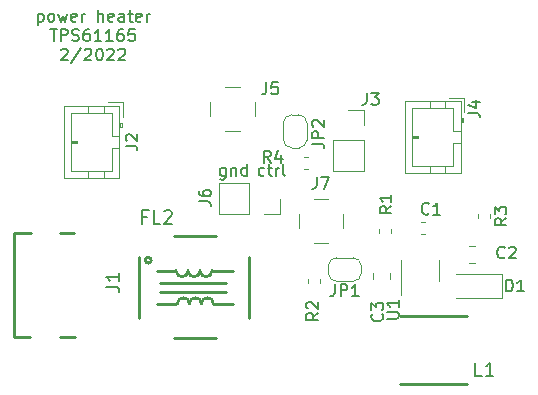
<source format=gto>
G04 #@! TF.GenerationSoftware,KiCad,Pcbnew,(5.1.5-0)*
G04 #@! TF.CreationDate,2022-02-08T08:58:47-07:00*
G04 #@! TF.ProjectId,TPS61165-heater-v2,54505336-3131-4363-952d-686561746572,rev?*
G04 #@! TF.SameCoordinates,Original*
G04 #@! TF.FileFunction,Legend,Top*
G04 #@! TF.FilePolarity,Positive*
%FSLAX46Y46*%
G04 Gerber Fmt 4.6, Leading zero omitted, Abs format (unit mm)*
G04 Created by KiCad (PCBNEW (5.1.5-0)) date 2022-02-08 08:58:47*
%MOMM*%
%LPD*%
G04 APERTURE LIST*
%ADD10C,0.150000*%
%ADD11C,0.254000*%
%ADD12C,0.120000*%
%ADD13C,0.152000*%
%ADD14R,3.102000X2.102000*%
%ADD15C,0.100000*%
%ADD16R,0.752000X1.662000*%
%ADD17C,1.342000*%
%ADD18O,1.802000X1.802000*%
%ADD19R,1.802000X1.802000*%
%ADD20R,2.102000X5.402000*%
%ADD21O,1.852000X1.302000*%
%ADD22O,1.902000X1.202000*%
%ADD23R,1.602000X0.902000*%
%ADD24R,1.602000X0.862000*%
%ADD25R,1.602000X0.802000*%
%ADD26R,1.002000X1.302000*%
G04 APERTURE END LIST*
D10*
X133709523Y-71085714D02*
X133709523Y-71895238D01*
X133661904Y-71990476D01*
X133614285Y-72038095D01*
X133519047Y-72085714D01*
X133376190Y-72085714D01*
X133280952Y-72038095D01*
X133709523Y-71704761D02*
X133614285Y-71752380D01*
X133423809Y-71752380D01*
X133328571Y-71704761D01*
X133280952Y-71657142D01*
X133233333Y-71561904D01*
X133233333Y-71276190D01*
X133280952Y-71180952D01*
X133328571Y-71133333D01*
X133423809Y-71085714D01*
X133614285Y-71085714D01*
X133709523Y-71133333D01*
X134185714Y-71085714D02*
X134185714Y-71752380D01*
X134185714Y-71180952D02*
X134233333Y-71133333D01*
X134328571Y-71085714D01*
X134471428Y-71085714D01*
X134566666Y-71133333D01*
X134614285Y-71228571D01*
X134614285Y-71752380D01*
X135519047Y-71752380D02*
X135519047Y-70752380D01*
X135519047Y-71704761D02*
X135423809Y-71752380D01*
X135233333Y-71752380D01*
X135138095Y-71704761D01*
X135090476Y-71657142D01*
X135042857Y-71561904D01*
X135042857Y-71276190D01*
X135090476Y-71180952D01*
X135138095Y-71133333D01*
X135233333Y-71085714D01*
X135423809Y-71085714D01*
X135519047Y-71133333D01*
X136980952Y-71704761D02*
X136885714Y-71752380D01*
X136695238Y-71752380D01*
X136600000Y-71704761D01*
X136552380Y-71657142D01*
X136504761Y-71561904D01*
X136504761Y-71276190D01*
X136552380Y-71180952D01*
X136600000Y-71133333D01*
X136695238Y-71085714D01*
X136885714Y-71085714D01*
X136980952Y-71133333D01*
X137266666Y-71085714D02*
X137647619Y-71085714D01*
X137409523Y-70752380D02*
X137409523Y-71609523D01*
X137457142Y-71704761D01*
X137552380Y-71752380D01*
X137647619Y-71752380D01*
X137980952Y-71752380D02*
X137980952Y-71085714D01*
X137980952Y-71276190D02*
X138028571Y-71180952D01*
X138076190Y-71133333D01*
X138171428Y-71085714D01*
X138266666Y-71085714D01*
X138742857Y-71752380D02*
X138647619Y-71704761D01*
X138600000Y-71609523D01*
X138600000Y-70752380D01*
X117833333Y-58035714D02*
X117833333Y-59035714D01*
X117833333Y-58083333D02*
X117928571Y-58035714D01*
X118119047Y-58035714D01*
X118214285Y-58083333D01*
X118261904Y-58130952D01*
X118309523Y-58226190D01*
X118309523Y-58511904D01*
X118261904Y-58607142D01*
X118214285Y-58654761D01*
X118119047Y-58702380D01*
X117928571Y-58702380D01*
X117833333Y-58654761D01*
X118880952Y-58702380D02*
X118785714Y-58654761D01*
X118738095Y-58607142D01*
X118690476Y-58511904D01*
X118690476Y-58226190D01*
X118738095Y-58130952D01*
X118785714Y-58083333D01*
X118880952Y-58035714D01*
X119023809Y-58035714D01*
X119119047Y-58083333D01*
X119166666Y-58130952D01*
X119214285Y-58226190D01*
X119214285Y-58511904D01*
X119166666Y-58607142D01*
X119119047Y-58654761D01*
X119023809Y-58702380D01*
X118880952Y-58702380D01*
X119547619Y-58035714D02*
X119738095Y-58702380D01*
X119928571Y-58226190D01*
X120119047Y-58702380D01*
X120309523Y-58035714D01*
X121071428Y-58654761D02*
X120976190Y-58702380D01*
X120785714Y-58702380D01*
X120690476Y-58654761D01*
X120642857Y-58559523D01*
X120642857Y-58178571D01*
X120690476Y-58083333D01*
X120785714Y-58035714D01*
X120976190Y-58035714D01*
X121071428Y-58083333D01*
X121119047Y-58178571D01*
X121119047Y-58273809D01*
X120642857Y-58369047D01*
X121547619Y-58702380D02*
X121547619Y-58035714D01*
X121547619Y-58226190D02*
X121595238Y-58130952D01*
X121642857Y-58083333D01*
X121738095Y-58035714D01*
X121833333Y-58035714D01*
X122928571Y-58702380D02*
X122928571Y-57702380D01*
X123357142Y-58702380D02*
X123357142Y-58178571D01*
X123309523Y-58083333D01*
X123214285Y-58035714D01*
X123071428Y-58035714D01*
X122976190Y-58083333D01*
X122928571Y-58130952D01*
X124214285Y-58654761D02*
X124119047Y-58702380D01*
X123928571Y-58702380D01*
X123833333Y-58654761D01*
X123785714Y-58559523D01*
X123785714Y-58178571D01*
X123833333Y-58083333D01*
X123928571Y-58035714D01*
X124119047Y-58035714D01*
X124214285Y-58083333D01*
X124261904Y-58178571D01*
X124261904Y-58273809D01*
X123785714Y-58369047D01*
X125119047Y-58702380D02*
X125119047Y-58178571D01*
X125071428Y-58083333D01*
X124976190Y-58035714D01*
X124785714Y-58035714D01*
X124690476Y-58083333D01*
X125119047Y-58654761D02*
X125023809Y-58702380D01*
X124785714Y-58702380D01*
X124690476Y-58654761D01*
X124642857Y-58559523D01*
X124642857Y-58464285D01*
X124690476Y-58369047D01*
X124785714Y-58321428D01*
X125023809Y-58321428D01*
X125119047Y-58273809D01*
X125452380Y-58035714D02*
X125833333Y-58035714D01*
X125595238Y-57702380D02*
X125595238Y-58559523D01*
X125642857Y-58654761D01*
X125738095Y-58702380D01*
X125833333Y-58702380D01*
X126547619Y-58654761D02*
X126452380Y-58702380D01*
X126261904Y-58702380D01*
X126166666Y-58654761D01*
X126119047Y-58559523D01*
X126119047Y-58178571D01*
X126166666Y-58083333D01*
X126261904Y-58035714D01*
X126452380Y-58035714D01*
X126547619Y-58083333D01*
X126595238Y-58178571D01*
X126595238Y-58273809D01*
X126119047Y-58369047D01*
X127023809Y-58702380D02*
X127023809Y-58035714D01*
X127023809Y-58226190D02*
X127071428Y-58130952D01*
X127119047Y-58083333D01*
X127214285Y-58035714D01*
X127309523Y-58035714D01*
X118857142Y-59352380D02*
X119428571Y-59352380D01*
X119142857Y-60352380D02*
X119142857Y-59352380D01*
X119761904Y-60352380D02*
X119761904Y-59352380D01*
X120142857Y-59352380D01*
X120238095Y-59400000D01*
X120285714Y-59447619D01*
X120333333Y-59542857D01*
X120333333Y-59685714D01*
X120285714Y-59780952D01*
X120238095Y-59828571D01*
X120142857Y-59876190D01*
X119761904Y-59876190D01*
X120714285Y-60304761D02*
X120857142Y-60352380D01*
X121095238Y-60352380D01*
X121190476Y-60304761D01*
X121238095Y-60257142D01*
X121285714Y-60161904D01*
X121285714Y-60066666D01*
X121238095Y-59971428D01*
X121190476Y-59923809D01*
X121095238Y-59876190D01*
X120904761Y-59828571D01*
X120809523Y-59780952D01*
X120761904Y-59733333D01*
X120714285Y-59638095D01*
X120714285Y-59542857D01*
X120761904Y-59447619D01*
X120809523Y-59400000D01*
X120904761Y-59352380D01*
X121142857Y-59352380D01*
X121285714Y-59400000D01*
X122142857Y-59352380D02*
X121952380Y-59352380D01*
X121857142Y-59400000D01*
X121809523Y-59447619D01*
X121714285Y-59590476D01*
X121666666Y-59780952D01*
X121666666Y-60161904D01*
X121714285Y-60257142D01*
X121761904Y-60304761D01*
X121857142Y-60352380D01*
X122047619Y-60352380D01*
X122142857Y-60304761D01*
X122190476Y-60257142D01*
X122238095Y-60161904D01*
X122238095Y-59923809D01*
X122190476Y-59828571D01*
X122142857Y-59780952D01*
X122047619Y-59733333D01*
X121857142Y-59733333D01*
X121761904Y-59780952D01*
X121714285Y-59828571D01*
X121666666Y-59923809D01*
X123190476Y-60352380D02*
X122619047Y-60352380D01*
X122904761Y-60352380D02*
X122904761Y-59352380D01*
X122809523Y-59495238D01*
X122714285Y-59590476D01*
X122619047Y-59638095D01*
X124142857Y-60352380D02*
X123571428Y-60352380D01*
X123857142Y-60352380D02*
X123857142Y-59352380D01*
X123761904Y-59495238D01*
X123666666Y-59590476D01*
X123571428Y-59638095D01*
X125000000Y-59352380D02*
X124809523Y-59352380D01*
X124714285Y-59400000D01*
X124666666Y-59447619D01*
X124571428Y-59590476D01*
X124523809Y-59780952D01*
X124523809Y-60161904D01*
X124571428Y-60257142D01*
X124619047Y-60304761D01*
X124714285Y-60352380D01*
X124904761Y-60352380D01*
X125000000Y-60304761D01*
X125047619Y-60257142D01*
X125095238Y-60161904D01*
X125095238Y-59923809D01*
X125047619Y-59828571D01*
X125000000Y-59780952D01*
X124904761Y-59733333D01*
X124714285Y-59733333D01*
X124619047Y-59780952D01*
X124571428Y-59828571D01*
X124523809Y-59923809D01*
X126000000Y-59352380D02*
X125523809Y-59352380D01*
X125476190Y-59828571D01*
X125523809Y-59780952D01*
X125619047Y-59733333D01*
X125857142Y-59733333D01*
X125952380Y-59780952D01*
X126000000Y-59828571D01*
X126047619Y-59923809D01*
X126047619Y-60161904D01*
X126000000Y-60257142D01*
X125952380Y-60304761D01*
X125857142Y-60352380D01*
X125619047Y-60352380D01*
X125523809Y-60304761D01*
X125476190Y-60257142D01*
X119785714Y-61097619D02*
X119833333Y-61050000D01*
X119928571Y-61002380D01*
X120166666Y-61002380D01*
X120261904Y-61050000D01*
X120309523Y-61097619D01*
X120357142Y-61192857D01*
X120357142Y-61288095D01*
X120309523Y-61430952D01*
X119738095Y-62002380D01*
X120357142Y-62002380D01*
X121500000Y-60954761D02*
X120642857Y-62240476D01*
X121785714Y-61097619D02*
X121833333Y-61050000D01*
X121928571Y-61002380D01*
X122166666Y-61002380D01*
X122261904Y-61050000D01*
X122309523Y-61097619D01*
X122357142Y-61192857D01*
X122357142Y-61288095D01*
X122309523Y-61430952D01*
X121738095Y-62002380D01*
X122357142Y-62002380D01*
X122976190Y-61002380D02*
X123071428Y-61002380D01*
X123166666Y-61050000D01*
X123214285Y-61097619D01*
X123261904Y-61192857D01*
X123309523Y-61383333D01*
X123309523Y-61621428D01*
X123261904Y-61811904D01*
X123214285Y-61907142D01*
X123166666Y-61954761D01*
X123071428Y-62002380D01*
X122976190Y-62002380D01*
X122880952Y-61954761D01*
X122833333Y-61907142D01*
X122785714Y-61811904D01*
X122738095Y-61621428D01*
X122738095Y-61383333D01*
X122785714Y-61192857D01*
X122833333Y-61097619D01*
X122880952Y-61050000D01*
X122976190Y-61002380D01*
X123690476Y-61097619D02*
X123738095Y-61050000D01*
X123833333Y-61002380D01*
X124071428Y-61002380D01*
X124166666Y-61050000D01*
X124214285Y-61097619D01*
X124261904Y-61192857D01*
X124261904Y-61288095D01*
X124214285Y-61430952D01*
X123642857Y-62002380D01*
X124261904Y-62002380D01*
X124642857Y-61097619D02*
X124690476Y-61050000D01*
X124785714Y-61002380D01*
X125023809Y-61002380D01*
X125119047Y-61050000D01*
X125166666Y-61097619D01*
X125214285Y-61192857D01*
X125214285Y-61288095D01*
X125166666Y-61430952D01*
X124595238Y-62002380D01*
X125214285Y-62002380D01*
D11*
X132678000Y-82597000D02*
G75*
G03X131662000Y-82597000I-508000J0D01*
G01*
X131662000Y-82597000D02*
G75*
G03X130646000Y-82597000I-508000J0D01*
G01*
X130646000Y-82597000D02*
G75*
G03X129630000Y-82597000I-508000J0D01*
G01*
X131554000Y-79803000D02*
G75*
G03X132570000Y-79803000I508000J0D01*
G01*
X130538000Y-79803000D02*
G75*
G03X131554000Y-79803000I508000J0D01*
G01*
X129522000Y-79803000D02*
G75*
G03X130538000Y-79803000I508000J0D01*
G01*
X127417000Y-78914000D02*
G75*
G03X127417000Y-78914000I-254000J0D01*
G01*
X126401000Y-78621000D02*
X126401000Y-83779000D01*
X135672000Y-78621000D02*
X135672000Y-83779000D01*
X127871000Y-79803000D02*
X129522000Y-79803000D01*
X134329000Y-79803000D02*
X132678000Y-79803000D01*
X134329000Y-82597000D02*
X132678000Y-82597000D01*
X128179000Y-80819000D02*
X133767000Y-80819000D01*
X133767000Y-81581000D02*
X128179000Y-81581000D01*
X127871000Y-82597000D02*
X129522000Y-82597000D01*
X129322000Y-76882000D02*
X132878000Y-76882000D01*
X132878000Y-85518000D02*
X129322000Y-85518000D01*
D12*
X140690000Y-80528733D02*
X140690000Y-80871267D01*
X141710000Y-80528733D02*
X141710000Y-80871267D01*
X140696267Y-70190000D02*
X140353733Y-70190000D01*
X140696267Y-71210000D02*
X140353733Y-71210000D01*
X140600000Y-67300000D02*
X140600000Y-68700000D01*
X139900000Y-69400000D02*
X139300000Y-69400000D01*
X138600000Y-68700000D02*
X138600000Y-67300000D01*
X139300000Y-66600000D02*
X139900000Y-66600000D01*
X139900000Y-66600000D02*
G75*
G02X140600000Y-67300000I0J-700000D01*
G01*
X138600000Y-67300000D02*
G75*
G02X139300000Y-66600000I700000J0D01*
G01*
X139300000Y-69400000D02*
G75*
G02X138600000Y-68700000I0J700000D01*
G01*
X140600000Y-68700000D02*
G75*
G02X139900000Y-69400000I-700000J0D01*
G01*
X144500000Y-80700000D02*
X143100000Y-80700000D01*
X142400000Y-80000000D02*
X142400000Y-79400000D01*
X143100000Y-78700000D02*
X144500000Y-78700000D01*
X145200000Y-79400000D02*
X145200000Y-80000000D01*
X145200000Y-80000000D02*
G75*
G02X144500000Y-80700000I-700000J0D01*
G01*
X144500000Y-78700000D02*
G75*
G02X145200000Y-79400000I0J-700000D01*
G01*
X142400000Y-79400000D02*
G75*
G02X143100000Y-78700000I700000J0D01*
G01*
X143100000Y-80700000D02*
G75*
G02X142400000Y-80000000I0J700000D01*
G01*
X148590000Y-78900000D02*
X148590000Y-81850000D01*
X151810000Y-80700000D02*
X151810000Y-78900000D01*
X142420000Y-77470000D02*
X141180000Y-77470000D01*
X142420000Y-73730000D02*
X141180000Y-73730000D01*
X139930000Y-76220000D02*
X139930000Y-74980000D01*
X143670000Y-76220000D02*
X143670000Y-74980000D01*
X138330000Y-73700000D02*
X138330000Y-75030000D01*
X138330000Y-75030000D02*
X137000000Y-75030000D01*
X135730000Y-75030000D02*
X133130000Y-75030000D01*
X133130000Y-72370000D02*
X133130000Y-75030000D01*
X135730000Y-72370000D02*
X133130000Y-72370000D01*
X135730000Y-72370000D02*
X135730000Y-75030000D01*
D11*
X148450000Y-83600000D02*
X154150000Y-83600000D01*
X148450000Y-89400000D02*
X154150000Y-89400000D01*
D12*
X155090000Y-75003733D02*
X155090000Y-75346267D01*
X156110000Y-75003733D02*
X156110000Y-75346267D01*
X147710000Y-76646267D02*
X147710000Y-76303733D01*
X146690000Y-76646267D02*
X146690000Y-76303733D01*
X133680000Y-64230000D02*
X134920000Y-64230000D01*
X133680000Y-67970000D02*
X134920000Y-67970000D01*
X136170000Y-65480000D02*
X136170000Y-66720000D01*
X132430000Y-65480000D02*
X132430000Y-66720000D01*
X153910000Y-65140000D02*
X152660000Y-65140000D01*
X153910000Y-66390000D02*
X153910000Y-65140000D01*
X149500000Y-68500000D02*
X150000000Y-68500000D01*
X150000000Y-68600000D02*
X149500000Y-68600000D01*
X150000000Y-68400000D02*
X150000000Y-68600000D01*
X149500000Y-68400000D02*
X150000000Y-68400000D01*
X151000000Y-71560000D02*
X151000000Y-70950000D01*
X152300000Y-71560000D02*
X152300000Y-70950000D01*
X151000000Y-65440000D02*
X151000000Y-66050000D01*
X152300000Y-65440000D02*
X152300000Y-66050000D01*
X153000000Y-69000000D02*
X153610000Y-69000000D01*
X153000000Y-70950000D02*
X153000000Y-69000000D01*
X149500000Y-70950000D02*
X153000000Y-70950000D01*
X149500000Y-66050000D02*
X149500000Y-70950000D01*
X153000000Y-66050000D02*
X149500000Y-66050000D01*
X153000000Y-68000000D02*
X153000000Y-66050000D01*
X153610000Y-68000000D02*
X153000000Y-68000000D01*
X153710000Y-67200000D02*
X153710000Y-66900000D01*
X153810000Y-66900000D02*
X153610000Y-66900000D01*
X153810000Y-67200000D02*
X153810000Y-66900000D01*
X153610000Y-67200000D02*
X153810000Y-67200000D01*
X153610000Y-71560000D02*
X153610000Y-65440000D01*
X148890000Y-71560000D02*
X153610000Y-71560000D01*
X148890000Y-65440000D02*
X148890000Y-71560000D01*
X153610000Y-65440000D02*
X148890000Y-65440000D01*
X144100000Y-66170000D02*
X145430000Y-66170000D01*
X145430000Y-66170000D02*
X145430000Y-67500000D01*
X145430000Y-68770000D02*
X145430000Y-71370000D01*
X142770000Y-71370000D02*
X145430000Y-71370000D01*
X142770000Y-68770000D02*
X142770000Y-71370000D01*
X142770000Y-68770000D02*
X145430000Y-68770000D01*
X125010000Y-65540000D02*
X123760000Y-65540000D01*
X125010000Y-66790000D02*
X125010000Y-65540000D01*
X120600000Y-68900000D02*
X121100000Y-68900000D01*
X121100000Y-69000000D02*
X120600000Y-69000000D01*
X121100000Y-68800000D02*
X121100000Y-69000000D01*
X120600000Y-68800000D02*
X121100000Y-68800000D01*
X122100000Y-71960000D02*
X122100000Y-71350000D01*
X123400000Y-71960000D02*
X123400000Y-71350000D01*
X122100000Y-65840000D02*
X122100000Y-66450000D01*
X123400000Y-65840000D02*
X123400000Y-66450000D01*
X124100000Y-69400000D02*
X124710000Y-69400000D01*
X124100000Y-71350000D02*
X124100000Y-69400000D01*
X120600000Y-71350000D02*
X124100000Y-71350000D01*
X120600000Y-66450000D02*
X120600000Y-71350000D01*
X124100000Y-66450000D02*
X120600000Y-66450000D01*
X124100000Y-68400000D02*
X124100000Y-66450000D01*
X124710000Y-68400000D02*
X124100000Y-68400000D01*
X124810000Y-67600000D02*
X124810000Y-67300000D01*
X124910000Y-67300000D02*
X124710000Y-67300000D01*
X124910000Y-67600000D02*
X124910000Y-67300000D01*
X124710000Y-67600000D02*
X124910000Y-67600000D01*
X124710000Y-71960000D02*
X124710000Y-65840000D01*
X119990000Y-71960000D02*
X124710000Y-71960000D01*
X119990000Y-65840000D02*
X119990000Y-71960000D01*
X124710000Y-65840000D02*
X119990000Y-65840000D01*
D11*
X120963000Y-85400000D02*
X119723000Y-85400000D01*
X120915000Y-76600000D02*
X119675000Y-76600000D01*
X115824000Y-85409000D02*
X117175000Y-85409000D01*
X115825000Y-76600000D02*
X117205000Y-76600000D01*
X115825000Y-76590000D02*
X115825000Y-85410000D01*
D12*
X157150000Y-82100000D02*
X153250000Y-82100000D01*
X157150000Y-80100000D02*
X153250000Y-80100000D01*
X157150000Y-82100000D02*
X157150000Y-80100000D01*
X147610000Y-80486252D02*
X147610000Y-79963748D01*
X146190000Y-80486252D02*
X146190000Y-79963748D01*
X154861252Y-77690000D02*
X154338748Y-77690000D01*
X154861252Y-79110000D02*
X154338748Y-79110000D01*
X150228733Y-76710000D02*
X150571267Y-76710000D01*
X150228733Y-75690000D02*
X150571267Y-75690000D01*
D13*
X127051942Y-75218357D02*
X126670942Y-75218357D01*
X126670942Y-75817071D02*
X126670942Y-74674071D01*
X127215228Y-74674071D01*
X128194942Y-75817071D02*
X127650657Y-75817071D01*
X127650657Y-74674071D01*
X128521514Y-74782928D02*
X128575942Y-74728500D01*
X128684800Y-74674071D01*
X128956942Y-74674071D01*
X129065800Y-74728500D01*
X129120228Y-74782928D01*
X129174657Y-74891785D01*
X129174657Y-75000642D01*
X129120228Y-75163928D01*
X128467085Y-75817071D01*
X129174657Y-75817071D01*
D10*
X141552380Y-83366666D02*
X141076190Y-83700000D01*
X141552380Y-83938095D02*
X140552380Y-83938095D01*
X140552380Y-83557142D01*
X140600000Y-83461904D01*
X140647619Y-83414285D01*
X140742857Y-83366666D01*
X140885714Y-83366666D01*
X140980952Y-83414285D01*
X141028571Y-83461904D01*
X141076190Y-83557142D01*
X141076190Y-83938095D01*
X140647619Y-82985714D02*
X140600000Y-82938095D01*
X140552380Y-82842857D01*
X140552380Y-82604761D01*
X140600000Y-82509523D01*
X140647619Y-82461904D01*
X140742857Y-82414285D01*
X140838095Y-82414285D01*
X140980952Y-82461904D01*
X141552380Y-83033333D01*
X141552380Y-82414285D01*
X137533333Y-70652380D02*
X137200000Y-70176190D01*
X136961904Y-70652380D02*
X136961904Y-69652380D01*
X137342857Y-69652380D01*
X137438095Y-69700000D01*
X137485714Y-69747619D01*
X137533333Y-69842857D01*
X137533333Y-69985714D01*
X137485714Y-70080952D01*
X137438095Y-70128571D01*
X137342857Y-70176190D01*
X136961904Y-70176190D01*
X138390476Y-69985714D02*
X138390476Y-70652380D01*
X138152380Y-69604761D02*
X137914285Y-70319047D01*
X138533333Y-70319047D01*
X141052380Y-69033333D02*
X141766666Y-69033333D01*
X141909523Y-69080952D01*
X142004761Y-69176190D01*
X142052380Y-69319047D01*
X142052380Y-69414285D01*
X142052380Y-68557142D02*
X141052380Y-68557142D01*
X141052380Y-68176190D01*
X141100000Y-68080952D01*
X141147619Y-68033333D01*
X141242857Y-67985714D01*
X141385714Y-67985714D01*
X141480952Y-68033333D01*
X141528571Y-68080952D01*
X141576190Y-68176190D01*
X141576190Y-68557142D01*
X141147619Y-67604761D02*
X141100000Y-67557142D01*
X141052380Y-67461904D01*
X141052380Y-67223809D01*
X141100000Y-67128571D01*
X141147619Y-67080952D01*
X141242857Y-67033333D01*
X141338095Y-67033333D01*
X141480952Y-67080952D01*
X142052380Y-67652380D01*
X142052380Y-67033333D01*
X142966666Y-80952380D02*
X142966666Y-81666666D01*
X142919047Y-81809523D01*
X142823809Y-81904761D01*
X142680952Y-81952380D01*
X142585714Y-81952380D01*
X143442857Y-81952380D02*
X143442857Y-80952380D01*
X143823809Y-80952380D01*
X143919047Y-81000000D01*
X143966666Y-81047619D01*
X144014285Y-81142857D01*
X144014285Y-81285714D01*
X143966666Y-81380952D01*
X143919047Y-81428571D01*
X143823809Y-81476190D01*
X143442857Y-81476190D01*
X144966666Y-81952380D02*
X144395238Y-81952380D01*
X144680952Y-81952380D02*
X144680952Y-80952380D01*
X144585714Y-81095238D01*
X144490476Y-81190476D01*
X144395238Y-81238095D01*
X147352380Y-83861904D02*
X148161904Y-83861904D01*
X148257142Y-83814285D01*
X148304761Y-83766666D01*
X148352380Y-83671428D01*
X148352380Y-83480952D01*
X148304761Y-83385714D01*
X148257142Y-83338095D01*
X148161904Y-83290476D01*
X147352380Y-83290476D01*
X148352380Y-82290476D02*
X148352380Y-82861904D01*
X148352380Y-82576190D02*
X147352380Y-82576190D01*
X147495238Y-82671428D01*
X147590476Y-82766666D01*
X147638095Y-82861904D01*
X141426666Y-71852380D02*
X141426666Y-72566666D01*
X141379047Y-72709523D01*
X141283809Y-72804761D01*
X141140952Y-72852380D01*
X141045714Y-72852380D01*
X141807619Y-71852380D02*
X142474285Y-71852380D01*
X142045714Y-72852380D01*
X131452380Y-73933333D02*
X132166666Y-73933333D01*
X132309523Y-73980952D01*
X132404761Y-74076190D01*
X132452380Y-74219047D01*
X132452380Y-74314285D01*
X131452380Y-73028571D02*
X131452380Y-73219047D01*
X131500000Y-73314285D01*
X131547619Y-73361904D01*
X131690476Y-73457142D01*
X131880952Y-73504761D01*
X132261904Y-73504761D01*
X132357142Y-73457142D01*
X132404761Y-73409523D01*
X132452380Y-73314285D01*
X132452380Y-73123809D01*
X132404761Y-73028571D01*
X132357142Y-72980952D01*
X132261904Y-72933333D01*
X132023809Y-72933333D01*
X131928571Y-72980952D01*
X131880952Y-73028571D01*
X131833333Y-73123809D01*
X131833333Y-73314285D01*
X131880952Y-73409523D01*
X131928571Y-73457142D01*
X132023809Y-73504761D01*
D13*
X155415228Y-88717071D02*
X154870942Y-88717071D01*
X154870942Y-87574071D01*
X156394942Y-88717071D02*
X155741800Y-88717071D01*
X156068371Y-88717071D02*
X156068371Y-87574071D01*
X155959514Y-87737357D01*
X155850657Y-87846214D01*
X155741800Y-87900642D01*
D10*
X157482380Y-75341666D02*
X157006190Y-75675000D01*
X157482380Y-75913095D02*
X156482380Y-75913095D01*
X156482380Y-75532142D01*
X156530000Y-75436904D01*
X156577619Y-75389285D01*
X156672857Y-75341666D01*
X156815714Y-75341666D01*
X156910952Y-75389285D01*
X156958571Y-75436904D01*
X157006190Y-75532142D01*
X157006190Y-75913095D01*
X156482380Y-75008333D02*
X156482380Y-74389285D01*
X156863333Y-74722619D01*
X156863333Y-74579761D01*
X156910952Y-74484523D01*
X156958571Y-74436904D01*
X157053809Y-74389285D01*
X157291904Y-74389285D01*
X157387142Y-74436904D01*
X157434761Y-74484523D01*
X157482380Y-74579761D01*
X157482380Y-74865476D01*
X157434761Y-74960714D01*
X157387142Y-75008333D01*
X147752380Y-74341666D02*
X147276190Y-74675000D01*
X147752380Y-74913095D02*
X146752380Y-74913095D01*
X146752380Y-74532142D01*
X146800000Y-74436904D01*
X146847619Y-74389285D01*
X146942857Y-74341666D01*
X147085714Y-74341666D01*
X147180952Y-74389285D01*
X147228571Y-74436904D01*
X147276190Y-74532142D01*
X147276190Y-74913095D01*
X147752380Y-73389285D02*
X147752380Y-73960714D01*
X147752380Y-73675000D02*
X146752380Y-73675000D01*
X146895238Y-73770238D01*
X146990476Y-73865476D01*
X147038095Y-73960714D01*
X137166666Y-63852380D02*
X137166666Y-64566666D01*
X137119047Y-64709523D01*
X137023809Y-64804761D01*
X136880952Y-64852380D01*
X136785714Y-64852380D01*
X138119047Y-63852380D02*
X137642857Y-63852380D01*
X137595238Y-64328571D01*
X137642857Y-64280952D01*
X137738095Y-64233333D01*
X137976190Y-64233333D01*
X138071428Y-64280952D01*
X138119047Y-64328571D01*
X138166666Y-64423809D01*
X138166666Y-64661904D01*
X138119047Y-64757142D01*
X138071428Y-64804761D01*
X137976190Y-64852380D01*
X137738095Y-64852380D01*
X137642857Y-64804761D01*
X137595238Y-64757142D01*
X154252380Y-66433333D02*
X154966666Y-66433333D01*
X155109523Y-66480952D01*
X155204761Y-66576190D01*
X155252380Y-66719047D01*
X155252380Y-66814285D01*
X154585714Y-65528571D02*
X155252380Y-65528571D01*
X154204761Y-65766666D02*
X154919047Y-66004761D01*
X154919047Y-65385714D01*
X145666666Y-64752380D02*
X145666666Y-65466666D01*
X145619047Y-65609523D01*
X145523809Y-65704761D01*
X145380952Y-65752380D01*
X145285714Y-65752380D01*
X146047619Y-64752380D02*
X146666666Y-64752380D01*
X146333333Y-65133333D01*
X146476190Y-65133333D01*
X146571428Y-65180952D01*
X146619047Y-65228571D01*
X146666666Y-65323809D01*
X146666666Y-65561904D01*
X146619047Y-65657142D01*
X146571428Y-65704761D01*
X146476190Y-65752380D01*
X146190476Y-65752380D01*
X146095238Y-65704761D01*
X146047619Y-65657142D01*
X125252380Y-69233333D02*
X125966666Y-69233333D01*
X126109523Y-69280952D01*
X126204761Y-69376190D01*
X126252380Y-69519047D01*
X126252380Y-69614285D01*
X125347619Y-68804761D02*
X125300000Y-68757142D01*
X125252380Y-68661904D01*
X125252380Y-68423809D01*
X125300000Y-68328571D01*
X125347619Y-68280952D01*
X125442857Y-68233333D01*
X125538095Y-68233333D01*
X125680952Y-68280952D01*
X126252380Y-68852380D01*
X126252380Y-68233333D01*
D13*
X123574071Y-81159514D02*
X124390500Y-81159514D01*
X124553785Y-81213942D01*
X124662642Y-81322800D01*
X124717071Y-81486085D01*
X124717071Y-81594942D01*
X124717071Y-80016514D02*
X124717071Y-80669657D01*
X124717071Y-80343085D02*
X123574071Y-80343085D01*
X123737357Y-80451942D01*
X123846214Y-80560800D01*
X123900642Y-80669657D01*
D10*
X157461904Y-81552380D02*
X157461904Y-80552380D01*
X157700000Y-80552380D01*
X157842857Y-80600000D01*
X157938095Y-80695238D01*
X157985714Y-80790476D01*
X158033333Y-80980952D01*
X158033333Y-81123809D01*
X157985714Y-81314285D01*
X157938095Y-81409523D01*
X157842857Y-81504761D01*
X157700000Y-81552380D01*
X157461904Y-81552380D01*
X158985714Y-81552380D02*
X158414285Y-81552380D01*
X158700000Y-81552380D02*
X158700000Y-80552380D01*
X158604761Y-80695238D01*
X158509523Y-80790476D01*
X158414285Y-80838095D01*
X146957142Y-83466666D02*
X147004761Y-83514285D01*
X147052380Y-83657142D01*
X147052380Y-83752380D01*
X147004761Y-83895238D01*
X146909523Y-83990476D01*
X146814285Y-84038095D01*
X146623809Y-84085714D01*
X146480952Y-84085714D01*
X146290476Y-84038095D01*
X146195238Y-83990476D01*
X146100000Y-83895238D01*
X146052380Y-83752380D01*
X146052380Y-83657142D01*
X146100000Y-83514285D01*
X146147619Y-83466666D01*
X146052380Y-83133333D02*
X146052380Y-82514285D01*
X146433333Y-82847619D01*
X146433333Y-82704761D01*
X146480952Y-82609523D01*
X146528571Y-82561904D01*
X146623809Y-82514285D01*
X146861904Y-82514285D01*
X146957142Y-82561904D01*
X147004761Y-82609523D01*
X147052380Y-82704761D01*
X147052380Y-82990476D01*
X147004761Y-83085714D01*
X146957142Y-83133333D01*
X157333333Y-78657142D02*
X157285714Y-78704761D01*
X157142857Y-78752380D01*
X157047619Y-78752380D01*
X156904761Y-78704761D01*
X156809523Y-78609523D01*
X156761904Y-78514285D01*
X156714285Y-78323809D01*
X156714285Y-78180952D01*
X156761904Y-77990476D01*
X156809523Y-77895238D01*
X156904761Y-77800000D01*
X157047619Y-77752380D01*
X157142857Y-77752380D01*
X157285714Y-77800000D01*
X157333333Y-77847619D01*
X157714285Y-77847619D02*
X157761904Y-77800000D01*
X157857142Y-77752380D01*
X158095238Y-77752380D01*
X158190476Y-77800000D01*
X158238095Y-77847619D01*
X158285714Y-77942857D01*
X158285714Y-78038095D01*
X158238095Y-78180952D01*
X157666666Y-78752380D01*
X158285714Y-78752380D01*
X150933333Y-74957142D02*
X150885714Y-75004761D01*
X150742857Y-75052380D01*
X150647619Y-75052380D01*
X150504761Y-75004761D01*
X150409523Y-74909523D01*
X150361904Y-74814285D01*
X150314285Y-74623809D01*
X150314285Y-74480952D01*
X150361904Y-74290476D01*
X150409523Y-74195238D01*
X150504761Y-74100000D01*
X150647619Y-74052380D01*
X150742857Y-74052380D01*
X150885714Y-74100000D01*
X150933333Y-74147619D01*
X151885714Y-75052380D02*
X151314285Y-75052380D01*
X151600000Y-75052380D02*
X151600000Y-74052380D01*
X151504761Y-74195238D01*
X151409523Y-74290476D01*
X151314285Y-74338095D01*
%LPC*%
D14*
X127300000Y-77390000D03*
X127300000Y-85010000D03*
X134900000Y-85010000D03*
X134900000Y-77390000D03*
D15*
G36*
X141488779Y-81000266D02*
G01*
X141514309Y-81004053D01*
X141539345Y-81010325D01*
X141563646Y-81019020D01*
X141586977Y-81030055D01*
X141609115Y-81043323D01*
X141629845Y-81058698D01*
X141648969Y-81076031D01*
X141666302Y-81095155D01*
X141681677Y-81115885D01*
X141694945Y-81138023D01*
X141705980Y-81161354D01*
X141714675Y-81185655D01*
X141720947Y-81210691D01*
X141724734Y-81236221D01*
X141726000Y-81262000D01*
X141726000Y-81888000D01*
X141724734Y-81913779D01*
X141720947Y-81939309D01*
X141714675Y-81964345D01*
X141705980Y-81988646D01*
X141694945Y-82011977D01*
X141681677Y-82034115D01*
X141666302Y-82054845D01*
X141648969Y-82073969D01*
X141629845Y-82091302D01*
X141609115Y-82106677D01*
X141586977Y-82119945D01*
X141563646Y-82130980D01*
X141539345Y-82139675D01*
X141514309Y-82145947D01*
X141488779Y-82149734D01*
X141463000Y-82151000D01*
X140937000Y-82151000D01*
X140911221Y-82149734D01*
X140885691Y-82145947D01*
X140860655Y-82139675D01*
X140836354Y-82130980D01*
X140813023Y-82119945D01*
X140790885Y-82106677D01*
X140770155Y-82091302D01*
X140751031Y-82073969D01*
X140733698Y-82054845D01*
X140718323Y-82034115D01*
X140705055Y-82011977D01*
X140694020Y-81988646D01*
X140685325Y-81964345D01*
X140679053Y-81939309D01*
X140675266Y-81913779D01*
X140674000Y-81888000D01*
X140674000Y-81262000D01*
X140675266Y-81236221D01*
X140679053Y-81210691D01*
X140685325Y-81185655D01*
X140694020Y-81161354D01*
X140705055Y-81138023D01*
X140718323Y-81115885D01*
X140733698Y-81095155D01*
X140751031Y-81076031D01*
X140770155Y-81058698D01*
X140790885Y-81043323D01*
X140813023Y-81030055D01*
X140836354Y-81019020D01*
X140860655Y-81010325D01*
X140885691Y-81004053D01*
X140911221Y-81000266D01*
X140937000Y-80999000D01*
X141463000Y-80999000D01*
X141488779Y-81000266D01*
G37*
G36*
X141488779Y-79250266D02*
G01*
X141514309Y-79254053D01*
X141539345Y-79260325D01*
X141563646Y-79269020D01*
X141586977Y-79280055D01*
X141609115Y-79293323D01*
X141629845Y-79308698D01*
X141648969Y-79326031D01*
X141666302Y-79345155D01*
X141681677Y-79365885D01*
X141694945Y-79388023D01*
X141705980Y-79411354D01*
X141714675Y-79435655D01*
X141720947Y-79460691D01*
X141724734Y-79486221D01*
X141726000Y-79512000D01*
X141726000Y-80138000D01*
X141724734Y-80163779D01*
X141720947Y-80189309D01*
X141714675Y-80214345D01*
X141705980Y-80238646D01*
X141694945Y-80261977D01*
X141681677Y-80284115D01*
X141666302Y-80304845D01*
X141648969Y-80323969D01*
X141629845Y-80341302D01*
X141609115Y-80356677D01*
X141586977Y-80369945D01*
X141563646Y-80380980D01*
X141539345Y-80389675D01*
X141514309Y-80395947D01*
X141488779Y-80399734D01*
X141463000Y-80401000D01*
X140937000Y-80401000D01*
X140911221Y-80399734D01*
X140885691Y-80395947D01*
X140860655Y-80389675D01*
X140836354Y-80380980D01*
X140813023Y-80369945D01*
X140790885Y-80356677D01*
X140770155Y-80341302D01*
X140751031Y-80323969D01*
X140733698Y-80304845D01*
X140718323Y-80284115D01*
X140705055Y-80261977D01*
X140694020Y-80238646D01*
X140685325Y-80214345D01*
X140679053Y-80189309D01*
X140675266Y-80163779D01*
X140674000Y-80138000D01*
X140674000Y-79512000D01*
X140675266Y-79486221D01*
X140679053Y-79460691D01*
X140685325Y-79435655D01*
X140694020Y-79411354D01*
X140705055Y-79388023D01*
X140718323Y-79365885D01*
X140733698Y-79345155D01*
X140751031Y-79326031D01*
X140770155Y-79308698D01*
X140790885Y-79293323D01*
X140813023Y-79280055D01*
X140836354Y-79269020D01*
X140860655Y-79260325D01*
X140885691Y-79254053D01*
X140911221Y-79250266D01*
X140937000Y-79249000D01*
X141463000Y-79249000D01*
X141488779Y-79250266D01*
G37*
G36*
X139988779Y-70175266D02*
G01*
X140014309Y-70179053D01*
X140039345Y-70185325D01*
X140063646Y-70194020D01*
X140086977Y-70205055D01*
X140109115Y-70218323D01*
X140129845Y-70233698D01*
X140148969Y-70251031D01*
X140166302Y-70270155D01*
X140181677Y-70290885D01*
X140194945Y-70313023D01*
X140205980Y-70336354D01*
X140214675Y-70360655D01*
X140220947Y-70385691D01*
X140224734Y-70411221D01*
X140226000Y-70437000D01*
X140226000Y-70963000D01*
X140224734Y-70988779D01*
X140220947Y-71014309D01*
X140214675Y-71039345D01*
X140205980Y-71063646D01*
X140194945Y-71086977D01*
X140181677Y-71109115D01*
X140166302Y-71129845D01*
X140148969Y-71148969D01*
X140129845Y-71166302D01*
X140109115Y-71181677D01*
X140086977Y-71194945D01*
X140063646Y-71205980D01*
X140039345Y-71214675D01*
X140014309Y-71220947D01*
X139988779Y-71224734D01*
X139963000Y-71226000D01*
X139337000Y-71226000D01*
X139311221Y-71224734D01*
X139285691Y-71220947D01*
X139260655Y-71214675D01*
X139236354Y-71205980D01*
X139213023Y-71194945D01*
X139190885Y-71181677D01*
X139170155Y-71166302D01*
X139151031Y-71148969D01*
X139133698Y-71129845D01*
X139118323Y-71109115D01*
X139105055Y-71086977D01*
X139094020Y-71063646D01*
X139085325Y-71039345D01*
X139079053Y-71014309D01*
X139075266Y-70988779D01*
X139074000Y-70963000D01*
X139074000Y-70437000D01*
X139075266Y-70411221D01*
X139079053Y-70385691D01*
X139085325Y-70360655D01*
X139094020Y-70336354D01*
X139105055Y-70313023D01*
X139118323Y-70290885D01*
X139133698Y-70270155D01*
X139151031Y-70251031D01*
X139170155Y-70233698D01*
X139190885Y-70218323D01*
X139213023Y-70205055D01*
X139236354Y-70194020D01*
X139260655Y-70185325D01*
X139285691Y-70179053D01*
X139311221Y-70175266D01*
X139337000Y-70174000D01*
X139963000Y-70174000D01*
X139988779Y-70175266D01*
G37*
G36*
X141738779Y-70175266D02*
G01*
X141764309Y-70179053D01*
X141789345Y-70185325D01*
X141813646Y-70194020D01*
X141836977Y-70205055D01*
X141859115Y-70218323D01*
X141879845Y-70233698D01*
X141898969Y-70251031D01*
X141916302Y-70270155D01*
X141931677Y-70290885D01*
X141944945Y-70313023D01*
X141955980Y-70336354D01*
X141964675Y-70360655D01*
X141970947Y-70385691D01*
X141974734Y-70411221D01*
X141976000Y-70437000D01*
X141976000Y-70963000D01*
X141974734Y-70988779D01*
X141970947Y-71014309D01*
X141964675Y-71039345D01*
X141955980Y-71063646D01*
X141944945Y-71086977D01*
X141931677Y-71109115D01*
X141916302Y-71129845D01*
X141898969Y-71148969D01*
X141879845Y-71166302D01*
X141859115Y-71181677D01*
X141836977Y-71194945D01*
X141813646Y-71205980D01*
X141789345Y-71214675D01*
X141764309Y-71220947D01*
X141738779Y-71224734D01*
X141713000Y-71226000D01*
X141087000Y-71226000D01*
X141061221Y-71224734D01*
X141035691Y-71220947D01*
X141010655Y-71214675D01*
X140986354Y-71205980D01*
X140963023Y-71194945D01*
X140940885Y-71181677D01*
X140920155Y-71166302D01*
X140901031Y-71148969D01*
X140883698Y-71129845D01*
X140868323Y-71109115D01*
X140855055Y-71086977D01*
X140844020Y-71063646D01*
X140835325Y-71039345D01*
X140829053Y-71014309D01*
X140825266Y-70988779D01*
X140824000Y-70963000D01*
X140824000Y-70437000D01*
X140825266Y-70411221D01*
X140829053Y-70385691D01*
X140835325Y-70360655D01*
X140844020Y-70336354D01*
X140855055Y-70313023D01*
X140868323Y-70290885D01*
X140883698Y-70270155D01*
X140901031Y-70251031D01*
X140920155Y-70233698D01*
X140940885Y-70218323D01*
X140963023Y-70205055D01*
X140986354Y-70194020D01*
X141010655Y-70185325D01*
X141035691Y-70179053D01*
X141061221Y-70175266D01*
X141087000Y-70174000D01*
X141713000Y-70174000D01*
X141738779Y-70175266D01*
G37*
G36*
X140400398Y-68656112D02*
G01*
X140400398Y-68674534D01*
X140400152Y-68679533D01*
X140395342Y-68728364D01*
X140394608Y-68733314D01*
X140385036Y-68781439D01*
X140383820Y-68786295D01*
X140369576Y-68833250D01*
X140367890Y-68837961D01*
X140349113Y-68883294D01*
X140346973Y-68887820D01*
X140323842Y-68931093D01*
X140321269Y-68935384D01*
X140294009Y-68976183D01*
X140291027Y-68980204D01*
X140259899Y-69018133D01*
X140256538Y-69021841D01*
X140221841Y-69056538D01*
X140218133Y-69059899D01*
X140180204Y-69091027D01*
X140176183Y-69094009D01*
X140135384Y-69121269D01*
X140131093Y-69123842D01*
X140087820Y-69146973D01*
X140083294Y-69149113D01*
X140037961Y-69167890D01*
X140033250Y-69169576D01*
X139986295Y-69183820D01*
X139981439Y-69185036D01*
X139933314Y-69194608D01*
X139928364Y-69195342D01*
X139879533Y-69200152D01*
X139874534Y-69200398D01*
X139856112Y-69200398D01*
X139850000Y-69201000D01*
X139350000Y-69201000D01*
X139343888Y-69200398D01*
X139325466Y-69200398D01*
X139320467Y-69200152D01*
X139271636Y-69195342D01*
X139266686Y-69194608D01*
X139218561Y-69185036D01*
X139213705Y-69183820D01*
X139166750Y-69169576D01*
X139162039Y-69167890D01*
X139116706Y-69149113D01*
X139112180Y-69146973D01*
X139068907Y-69123842D01*
X139064616Y-69121269D01*
X139023817Y-69094009D01*
X139019796Y-69091027D01*
X138981867Y-69059899D01*
X138978159Y-69056538D01*
X138943462Y-69021841D01*
X138940101Y-69018133D01*
X138908973Y-68980204D01*
X138905991Y-68976183D01*
X138878731Y-68935384D01*
X138876158Y-68931093D01*
X138853027Y-68887820D01*
X138850887Y-68883294D01*
X138832110Y-68837961D01*
X138830424Y-68833250D01*
X138816180Y-68786295D01*
X138814964Y-68781439D01*
X138805392Y-68733314D01*
X138804658Y-68728364D01*
X138799848Y-68679533D01*
X138799602Y-68674534D01*
X138799602Y-68656112D01*
X138799000Y-68650000D01*
X138799000Y-68150000D01*
X138799980Y-68140050D01*
X138802882Y-68130483D01*
X138807595Y-68121666D01*
X138813938Y-68113938D01*
X138821666Y-68107595D01*
X138830483Y-68102882D01*
X138840050Y-68099980D01*
X138850000Y-68099000D01*
X140350000Y-68099000D01*
X140359950Y-68099980D01*
X140369517Y-68102882D01*
X140378334Y-68107595D01*
X140386062Y-68113938D01*
X140392405Y-68121666D01*
X140397118Y-68130483D01*
X140400020Y-68140050D01*
X140401000Y-68150000D01*
X140401000Y-68650000D01*
X140400398Y-68656112D01*
G37*
G36*
X140400020Y-67859950D02*
G01*
X140397118Y-67869517D01*
X140392405Y-67878334D01*
X140386062Y-67886062D01*
X140378334Y-67892405D01*
X140369517Y-67897118D01*
X140359950Y-67900020D01*
X140350000Y-67901000D01*
X138850000Y-67901000D01*
X138840050Y-67900020D01*
X138830483Y-67897118D01*
X138821666Y-67892405D01*
X138813938Y-67886062D01*
X138807595Y-67878334D01*
X138802882Y-67869517D01*
X138799980Y-67859950D01*
X138799000Y-67850000D01*
X138799000Y-67350000D01*
X138799602Y-67343888D01*
X138799602Y-67325466D01*
X138799848Y-67320467D01*
X138804658Y-67271636D01*
X138805392Y-67266686D01*
X138814964Y-67218561D01*
X138816180Y-67213705D01*
X138830424Y-67166750D01*
X138832110Y-67162039D01*
X138850887Y-67116706D01*
X138853027Y-67112180D01*
X138876158Y-67068907D01*
X138878731Y-67064616D01*
X138905991Y-67023817D01*
X138908973Y-67019796D01*
X138940101Y-66981867D01*
X138943462Y-66978159D01*
X138978159Y-66943462D01*
X138981867Y-66940101D01*
X139019796Y-66908973D01*
X139023817Y-66905991D01*
X139064616Y-66878731D01*
X139068907Y-66876158D01*
X139112180Y-66853027D01*
X139116706Y-66850887D01*
X139162039Y-66832110D01*
X139166750Y-66830424D01*
X139213705Y-66816180D01*
X139218561Y-66814964D01*
X139266686Y-66805392D01*
X139271636Y-66804658D01*
X139320467Y-66799848D01*
X139325466Y-66799602D01*
X139343888Y-66799602D01*
X139350000Y-66799000D01*
X139850000Y-66799000D01*
X139856112Y-66799602D01*
X139874534Y-66799602D01*
X139879533Y-66799848D01*
X139928364Y-66804658D01*
X139933314Y-66805392D01*
X139981439Y-66814964D01*
X139986295Y-66816180D01*
X140033250Y-66830424D01*
X140037961Y-66832110D01*
X140083294Y-66850887D01*
X140087820Y-66853027D01*
X140131093Y-66876158D01*
X140135384Y-66878731D01*
X140176183Y-66905991D01*
X140180204Y-66908973D01*
X140218133Y-66940101D01*
X140221841Y-66943462D01*
X140256538Y-66978159D01*
X140259899Y-66981867D01*
X140291027Y-67019796D01*
X140294009Y-67023817D01*
X140321269Y-67064616D01*
X140323842Y-67068907D01*
X140346973Y-67112180D01*
X140349113Y-67116706D01*
X140367890Y-67162039D01*
X140369576Y-67166750D01*
X140383820Y-67213705D01*
X140385036Y-67218561D01*
X140394608Y-67266686D01*
X140395342Y-67271636D01*
X140400152Y-67320467D01*
X140400398Y-67325466D01*
X140400398Y-67343888D01*
X140401000Y-67350000D01*
X140401000Y-67850000D01*
X140400020Y-67859950D01*
G37*
G36*
X143143888Y-80500398D02*
G01*
X143125466Y-80500398D01*
X143120467Y-80500152D01*
X143071636Y-80495342D01*
X143066686Y-80494608D01*
X143018561Y-80485036D01*
X143013705Y-80483820D01*
X142966750Y-80469576D01*
X142962039Y-80467890D01*
X142916706Y-80449113D01*
X142912180Y-80446973D01*
X142868907Y-80423842D01*
X142864616Y-80421269D01*
X142823817Y-80394009D01*
X142819796Y-80391027D01*
X142781867Y-80359899D01*
X142778159Y-80356538D01*
X142743462Y-80321841D01*
X142740101Y-80318133D01*
X142708973Y-80280204D01*
X142705991Y-80276183D01*
X142678731Y-80235384D01*
X142676158Y-80231093D01*
X142653027Y-80187820D01*
X142650887Y-80183294D01*
X142632110Y-80137961D01*
X142630424Y-80133250D01*
X142616180Y-80086295D01*
X142614964Y-80081439D01*
X142605392Y-80033314D01*
X142604658Y-80028364D01*
X142599848Y-79979533D01*
X142599602Y-79974534D01*
X142599602Y-79956112D01*
X142599000Y-79950000D01*
X142599000Y-79450000D01*
X142599602Y-79443888D01*
X142599602Y-79425466D01*
X142599848Y-79420467D01*
X142604658Y-79371636D01*
X142605392Y-79366686D01*
X142614964Y-79318561D01*
X142616180Y-79313705D01*
X142630424Y-79266750D01*
X142632110Y-79262039D01*
X142650887Y-79216706D01*
X142653027Y-79212180D01*
X142676158Y-79168907D01*
X142678731Y-79164616D01*
X142705991Y-79123817D01*
X142708973Y-79119796D01*
X142740101Y-79081867D01*
X142743462Y-79078159D01*
X142778159Y-79043462D01*
X142781867Y-79040101D01*
X142819796Y-79008973D01*
X142823817Y-79005991D01*
X142864616Y-78978731D01*
X142868907Y-78976158D01*
X142912180Y-78953027D01*
X142916706Y-78950887D01*
X142962039Y-78932110D01*
X142966750Y-78930424D01*
X143013705Y-78916180D01*
X143018561Y-78914964D01*
X143066686Y-78905392D01*
X143071636Y-78904658D01*
X143120467Y-78899848D01*
X143125466Y-78899602D01*
X143143888Y-78899602D01*
X143150000Y-78899000D01*
X143650000Y-78899000D01*
X143659950Y-78899980D01*
X143669517Y-78902882D01*
X143678334Y-78907595D01*
X143686062Y-78913938D01*
X143692405Y-78921666D01*
X143697118Y-78930483D01*
X143700020Y-78940050D01*
X143701000Y-78950000D01*
X143701000Y-80450000D01*
X143700020Y-80459950D01*
X143697118Y-80469517D01*
X143692405Y-80478334D01*
X143686062Y-80486062D01*
X143678334Y-80492405D01*
X143669517Y-80497118D01*
X143659950Y-80500020D01*
X143650000Y-80501000D01*
X143150000Y-80501000D01*
X143143888Y-80500398D01*
G37*
G36*
X143940050Y-80500020D02*
G01*
X143930483Y-80497118D01*
X143921666Y-80492405D01*
X143913938Y-80486062D01*
X143907595Y-80478334D01*
X143902882Y-80469517D01*
X143899980Y-80459950D01*
X143899000Y-80450000D01*
X143899000Y-78950000D01*
X143899980Y-78940050D01*
X143902882Y-78930483D01*
X143907595Y-78921666D01*
X143913938Y-78913938D01*
X143921666Y-78907595D01*
X143930483Y-78902882D01*
X143940050Y-78899980D01*
X143950000Y-78899000D01*
X144450000Y-78899000D01*
X144456112Y-78899602D01*
X144474534Y-78899602D01*
X144479533Y-78899848D01*
X144528364Y-78904658D01*
X144533314Y-78905392D01*
X144581439Y-78914964D01*
X144586295Y-78916180D01*
X144633250Y-78930424D01*
X144637961Y-78932110D01*
X144683294Y-78950887D01*
X144687820Y-78953027D01*
X144731093Y-78976158D01*
X144735384Y-78978731D01*
X144776183Y-79005991D01*
X144780204Y-79008973D01*
X144818133Y-79040101D01*
X144821841Y-79043462D01*
X144856538Y-79078159D01*
X144859899Y-79081867D01*
X144891027Y-79119796D01*
X144894009Y-79123817D01*
X144921269Y-79164616D01*
X144923842Y-79168907D01*
X144946973Y-79212180D01*
X144949113Y-79216706D01*
X144967890Y-79262039D01*
X144969576Y-79266750D01*
X144983820Y-79313705D01*
X144985036Y-79318561D01*
X144994608Y-79366686D01*
X144995342Y-79371636D01*
X145000152Y-79420467D01*
X145000398Y-79425466D01*
X145000398Y-79443888D01*
X145001000Y-79450000D01*
X145001000Y-79950000D01*
X145000398Y-79956112D01*
X145000398Y-79974534D01*
X145000152Y-79979533D01*
X144995342Y-80028364D01*
X144994608Y-80033314D01*
X144985036Y-80081439D01*
X144983820Y-80086295D01*
X144969576Y-80133250D01*
X144967890Y-80137961D01*
X144949113Y-80183294D01*
X144946973Y-80187820D01*
X144923842Y-80231093D01*
X144921269Y-80235384D01*
X144894009Y-80276183D01*
X144891027Y-80280204D01*
X144859899Y-80318133D01*
X144856538Y-80321841D01*
X144821841Y-80356538D01*
X144818133Y-80359899D01*
X144780204Y-80391027D01*
X144776183Y-80394009D01*
X144735384Y-80421269D01*
X144731093Y-80423842D01*
X144687820Y-80446973D01*
X144683294Y-80449113D01*
X144637961Y-80467890D01*
X144633250Y-80469576D01*
X144586295Y-80483820D01*
X144581439Y-80485036D01*
X144533314Y-80494608D01*
X144528364Y-80495342D01*
X144479533Y-80500152D01*
X144474534Y-80500398D01*
X144456112Y-80500398D01*
X144450000Y-80501000D01*
X143950000Y-80501000D01*
X143940050Y-80500020D01*
G37*
D16*
X150200000Y-78450000D03*
X149250000Y-78450000D03*
X151150000Y-78450000D03*
X151150000Y-81150000D03*
X150200000Y-81150000D03*
X149250000Y-81150000D03*
D17*
X140530000Y-76870000D03*
X143070000Y-74330000D03*
X143070000Y-76870000D03*
X140530000Y-74330000D03*
X141800000Y-75600000D03*
D18*
X134460000Y-73700000D03*
D19*
X137000000Y-73700000D03*
D20*
X153000000Y-86500000D03*
X149600000Y-86500000D03*
D15*
G36*
X155888779Y-75475266D02*
G01*
X155914309Y-75479053D01*
X155939345Y-75485325D01*
X155963646Y-75494020D01*
X155986977Y-75505055D01*
X156009115Y-75518323D01*
X156029845Y-75533698D01*
X156048969Y-75551031D01*
X156066302Y-75570155D01*
X156081677Y-75590885D01*
X156094945Y-75613023D01*
X156105980Y-75636354D01*
X156114675Y-75660655D01*
X156120947Y-75685691D01*
X156124734Y-75711221D01*
X156126000Y-75737000D01*
X156126000Y-76363000D01*
X156124734Y-76388779D01*
X156120947Y-76414309D01*
X156114675Y-76439345D01*
X156105980Y-76463646D01*
X156094945Y-76486977D01*
X156081677Y-76509115D01*
X156066302Y-76529845D01*
X156048969Y-76548969D01*
X156029845Y-76566302D01*
X156009115Y-76581677D01*
X155986977Y-76594945D01*
X155963646Y-76605980D01*
X155939345Y-76614675D01*
X155914309Y-76620947D01*
X155888779Y-76624734D01*
X155863000Y-76626000D01*
X155337000Y-76626000D01*
X155311221Y-76624734D01*
X155285691Y-76620947D01*
X155260655Y-76614675D01*
X155236354Y-76605980D01*
X155213023Y-76594945D01*
X155190885Y-76581677D01*
X155170155Y-76566302D01*
X155151031Y-76548969D01*
X155133698Y-76529845D01*
X155118323Y-76509115D01*
X155105055Y-76486977D01*
X155094020Y-76463646D01*
X155085325Y-76439345D01*
X155079053Y-76414309D01*
X155075266Y-76388779D01*
X155074000Y-76363000D01*
X155074000Y-75737000D01*
X155075266Y-75711221D01*
X155079053Y-75685691D01*
X155085325Y-75660655D01*
X155094020Y-75636354D01*
X155105055Y-75613023D01*
X155118323Y-75590885D01*
X155133698Y-75570155D01*
X155151031Y-75551031D01*
X155170155Y-75533698D01*
X155190885Y-75518323D01*
X155213023Y-75505055D01*
X155236354Y-75494020D01*
X155260655Y-75485325D01*
X155285691Y-75479053D01*
X155311221Y-75475266D01*
X155337000Y-75474000D01*
X155863000Y-75474000D01*
X155888779Y-75475266D01*
G37*
G36*
X155888779Y-73725266D02*
G01*
X155914309Y-73729053D01*
X155939345Y-73735325D01*
X155963646Y-73744020D01*
X155986977Y-73755055D01*
X156009115Y-73768323D01*
X156029845Y-73783698D01*
X156048969Y-73801031D01*
X156066302Y-73820155D01*
X156081677Y-73840885D01*
X156094945Y-73863023D01*
X156105980Y-73886354D01*
X156114675Y-73910655D01*
X156120947Y-73935691D01*
X156124734Y-73961221D01*
X156126000Y-73987000D01*
X156126000Y-74613000D01*
X156124734Y-74638779D01*
X156120947Y-74664309D01*
X156114675Y-74689345D01*
X156105980Y-74713646D01*
X156094945Y-74736977D01*
X156081677Y-74759115D01*
X156066302Y-74779845D01*
X156048969Y-74798969D01*
X156029845Y-74816302D01*
X156009115Y-74831677D01*
X155986977Y-74844945D01*
X155963646Y-74855980D01*
X155939345Y-74864675D01*
X155914309Y-74870947D01*
X155888779Y-74874734D01*
X155863000Y-74876000D01*
X155337000Y-74876000D01*
X155311221Y-74874734D01*
X155285691Y-74870947D01*
X155260655Y-74864675D01*
X155236354Y-74855980D01*
X155213023Y-74844945D01*
X155190885Y-74831677D01*
X155170155Y-74816302D01*
X155151031Y-74798969D01*
X155133698Y-74779845D01*
X155118323Y-74759115D01*
X155105055Y-74736977D01*
X155094020Y-74713646D01*
X155085325Y-74689345D01*
X155079053Y-74664309D01*
X155075266Y-74638779D01*
X155074000Y-74613000D01*
X155074000Y-73987000D01*
X155075266Y-73961221D01*
X155079053Y-73935691D01*
X155085325Y-73910655D01*
X155094020Y-73886354D01*
X155105055Y-73863023D01*
X155118323Y-73840885D01*
X155133698Y-73820155D01*
X155151031Y-73801031D01*
X155170155Y-73783698D01*
X155190885Y-73768323D01*
X155213023Y-73755055D01*
X155236354Y-73744020D01*
X155260655Y-73735325D01*
X155285691Y-73729053D01*
X155311221Y-73725266D01*
X155337000Y-73724000D01*
X155863000Y-73724000D01*
X155888779Y-73725266D01*
G37*
G36*
X147488779Y-75025266D02*
G01*
X147514309Y-75029053D01*
X147539345Y-75035325D01*
X147563646Y-75044020D01*
X147586977Y-75055055D01*
X147609115Y-75068323D01*
X147629845Y-75083698D01*
X147648969Y-75101031D01*
X147666302Y-75120155D01*
X147681677Y-75140885D01*
X147694945Y-75163023D01*
X147705980Y-75186354D01*
X147714675Y-75210655D01*
X147720947Y-75235691D01*
X147724734Y-75261221D01*
X147726000Y-75287000D01*
X147726000Y-75913000D01*
X147724734Y-75938779D01*
X147720947Y-75964309D01*
X147714675Y-75989345D01*
X147705980Y-76013646D01*
X147694945Y-76036977D01*
X147681677Y-76059115D01*
X147666302Y-76079845D01*
X147648969Y-76098969D01*
X147629845Y-76116302D01*
X147609115Y-76131677D01*
X147586977Y-76144945D01*
X147563646Y-76155980D01*
X147539345Y-76164675D01*
X147514309Y-76170947D01*
X147488779Y-76174734D01*
X147463000Y-76176000D01*
X146937000Y-76176000D01*
X146911221Y-76174734D01*
X146885691Y-76170947D01*
X146860655Y-76164675D01*
X146836354Y-76155980D01*
X146813023Y-76144945D01*
X146790885Y-76131677D01*
X146770155Y-76116302D01*
X146751031Y-76098969D01*
X146733698Y-76079845D01*
X146718323Y-76059115D01*
X146705055Y-76036977D01*
X146694020Y-76013646D01*
X146685325Y-75989345D01*
X146679053Y-75964309D01*
X146675266Y-75938779D01*
X146674000Y-75913000D01*
X146674000Y-75287000D01*
X146675266Y-75261221D01*
X146679053Y-75235691D01*
X146685325Y-75210655D01*
X146694020Y-75186354D01*
X146705055Y-75163023D01*
X146718323Y-75140885D01*
X146733698Y-75120155D01*
X146751031Y-75101031D01*
X146770155Y-75083698D01*
X146790885Y-75068323D01*
X146813023Y-75055055D01*
X146836354Y-75044020D01*
X146860655Y-75035325D01*
X146885691Y-75029053D01*
X146911221Y-75025266D01*
X146937000Y-75024000D01*
X147463000Y-75024000D01*
X147488779Y-75025266D01*
G37*
G36*
X147488779Y-76775266D02*
G01*
X147514309Y-76779053D01*
X147539345Y-76785325D01*
X147563646Y-76794020D01*
X147586977Y-76805055D01*
X147609115Y-76818323D01*
X147629845Y-76833698D01*
X147648969Y-76851031D01*
X147666302Y-76870155D01*
X147681677Y-76890885D01*
X147694945Y-76913023D01*
X147705980Y-76936354D01*
X147714675Y-76960655D01*
X147720947Y-76985691D01*
X147724734Y-77011221D01*
X147726000Y-77037000D01*
X147726000Y-77663000D01*
X147724734Y-77688779D01*
X147720947Y-77714309D01*
X147714675Y-77739345D01*
X147705980Y-77763646D01*
X147694945Y-77786977D01*
X147681677Y-77809115D01*
X147666302Y-77829845D01*
X147648969Y-77848969D01*
X147629845Y-77866302D01*
X147609115Y-77881677D01*
X147586977Y-77894945D01*
X147563646Y-77905980D01*
X147539345Y-77914675D01*
X147514309Y-77920947D01*
X147488779Y-77924734D01*
X147463000Y-77926000D01*
X146937000Y-77926000D01*
X146911221Y-77924734D01*
X146885691Y-77920947D01*
X146860655Y-77914675D01*
X146836354Y-77905980D01*
X146813023Y-77894945D01*
X146790885Y-77881677D01*
X146770155Y-77866302D01*
X146751031Y-77848969D01*
X146733698Y-77829845D01*
X146718323Y-77809115D01*
X146705055Y-77786977D01*
X146694020Y-77763646D01*
X146685325Y-77739345D01*
X146679053Y-77714309D01*
X146675266Y-77688779D01*
X146674000Y-77663000D01*
X146674000Y-77037000D01*
X146675266Y-77011221D01*
X146679053Y-76985691D01*
X146685325Y-76960655D01*
X146694020Y-76936354D01*
X146705055Y-76913023D01*
X146718323Y-76890885D01*
X146733698Y-76870155D01*
X146751031Y-76851031D01*
X146770155Y-76833698D01*
X146790885Y-76818323D01*
X146813023Y-76805055D01*
X146836354Y-76794020D01*
X146860655Y-76785325D01*
X146885691Y-76779053D01*
X146911221Y-76775266D01*
X146937000Y-76774000D01*
X147463000Y-76774000D01*
X147488779Y-76775266D01*
G37*
D17*
X135570000Y-64830000D03*
X133030000Y-67370000D03*
X133030000Y-64830000D03*
X135570000Y-67370000D03*
X134300000Y-66100000D03*
D21*
X151800000Y-69500000D03*
D15*
G36*
X152481338Y-66850306D02*
G01*
X152507669Y-66854212D01*
X152533490Y-66860680D01*
X152558553Y-66869648D01*
X152582617Y-66881029D01*
X152605449Y-66894714D01*
X152626830Y-66910571D01*
X152646553Y-66928447D01*
X152664429Y-66948170D01*
X152680286Y-66969551D01*
X152693971Y-66992383D01*
X152705352Y-67016447D01*
X152714320Y-67041510D01*
X152720788Y-67067331D01*
X152724694Y-67093662D01*
X152726000Y-67120249D01*
X152726000Y-67879751D01*
X152724694Y-67906338D01*
X152720788Y-67932669D01*
X152714320Y-67958490D01*
X152705352Y-67983553D01*
X152693971Y-68007617D01*
X152680286Y-68030449D01*
X152664429Y-68051830D01*
X152646553Y-68071553D01*
X152626830Y-68089429D01*
X152605449Y-68105286D01*
X152582617Y-68118971D01*
X152558553Y-68130352D01*
X152533490Y-68139320D01*
X152507669Y-68145788D01*
X152481338Y-68149694D01*
X152454751Y-68151000D01*
X151145249Y-68151000D01*
X151118662Y-68149694D01*
X151092331Y-68145788D01*
X151066510Y-68139320D01*
X151041447Y-68130352D01*
X151017383Y-68118971D01*
X150994551Y-68105286D01*
X150973170Y-68089429D01*
X150953447Y-68071553D01*
X150935571Y-68051830D01*
X150919714Y-68030449D01*
X150906029Y-68007617D01*
X150894648Y-67983553D01*
X150885680Y-67958490D01*
X150879212Y-67932669D01*
X150875306Y-67906338D01*
X150874000Y-67879751D01*
X150874000Y-67120249D01*
X150875306Y-67093662D01*
X150879212Y-67067331D01*
X150885680Y-67041510D01*
X150894648Y-67016447D01*
X150906029Y-66992383D01*
X150919714Y-66969551D01*
X150935571Y-66948170D01*
X150953447Y-66928447D01*
X150973170Y-66910571D01*
X150994551Y-66894714D01*
X151017383Y-66881029D01*
X151041447Y-66869648D01*
X151066510Y-66860680D01*
X151092331Y-66854212D01*
X151118662Y-66850306D01*
X151145249Y-66849000D01*
X152454751Y-66849000D01*
X152481338Y-66850306D01*
G37*
D18*
X144100000Y-70040000D03*
D19*
X144100000Y-67500000D03*
D21*
X122900000Y-69900000D03*
D15*
G36*
X123581338Y-67250306D02*
G01*
X123607669Y-67254212D01*
X123633490Y-67260680D01*
X123658553Y-67269648D01*
X123682617Y-67281029D01*
X123705449Y-67294714D01*
X123726830Y-67310571D01*
X123746553Y-67328447D01*
X123764429Y-67348170D01*
X123780286Y-67369551D01*
X123793971Y-67392383D01*
X123805352Y-67416447D01*
X123814320Y-67441510D01*
X123820788Y-67467331D01*
X123824694Y-67493662D01*
X123826000Y-67520249D01*
X123826000Y-68279751D01*
X123824694Y-68306338D01*
X123820788Y-68332669D01*
X123814320Y-68358490D01*
X123805352Y-68383553D01*
X123793971Y-68407617D01*
X123780286Y-68430449D01*
X123764429Y-68451830D01*
X123746553Y-68471553D01*
X123726830Y-68489429D01*
X123705449Y-68505286D01*
X123682617Y-68518971D01*
X123658553Y-68530352D01*
X123633490Y-68539320D01*
X123607669Y-68545788D01*
X123581338Y-68549694D01*
X123554751Y-68551000D01*
X122245249Y-68551000D01*
X122218662Y-68549694D01*
X122192331Y-68545788D01*
X122166510Y-68539320D01*
X122141447Y-68530352D01*
X122117383Y-68518971D01*
X122094551Y-68505286D01*
X122073170Y-68489429D01*
X122053447Y-68471553D01*
X122035571Y-68451830D01*
X122019714Y-68430449D01*
X122006029Y-68407617D01*
X121994648Y-68383553D01*
X121985680Y-68358490D01*
X121979212Y-68332669D01*
X121975306Y-68306338D01*
X121974000Y-68279751D01*
X121974000Y-67520249D01*
X121975306Y-67493662D01*
X121979212Y-67467331D01*
X121985680Y-67441510D01*
X121994648Y-67416447D01*
X122006029Y-67392383D01*
X122019714Y-67369551D01*
X122035571Y-67348170D01*
X122053447Y-67328447D01*
X122073170Y-67310571D01*
X122094551Y-67294714D01*
X122117383Y-67281029D01*
X122141447Y-67269648D01*
X122166510Y-67260680D01*
X122192331Y-67254212D01*
X122218662Y-67250306D01*
X122245249Y-67249000D01*
X123554751Y-67249000D01*
X123581338Y-67250306D01*
G37*
D22*
X118425000Y-76680000D03*
X118425000Y-85320000D03*
X122225000Y-76680000D03*
X122225000Y-85320000D03*
D23*
X122375000Y-78250000D03*
D24*
X122375000Y-79480000D03*
D25*
X122375000Y-80500000D03*
X122375000Y-81500000D03*
D24*
X122375000Y-82520000D03*
D23*
X122375000Y-83750000D03*
D26*
X153250000Y-81100000D03*
X156550000Y-81100000D03*
D15*
G36*
X147405505Y-78575311D02*
G01*
X147431925Y-78579230D01*
X147457835Y-78585720D01*
X147482983Y-78594718D01*
X147507128Y-78606138D01*
X147530038Y-78619869D01*
X147551492Y-78635780D01*
X147571282Y-78653718D01*
X147589220Y-78673508D01*
X147605131Y-78694962D01*
X147618862Y-78717872D01*
X147630282Y-78742017D01*
X147639280Y-78767165D01*
X147645770Y-78793075D01*
X147649689Y-78819495D01*
X147651000Y-78846173D01*
X147651000Y-79553827D01*
X147649689Y-79580505D01*
X147645770Y-79606925D01*
X147639280Y-79632835D01*
X147630282Y-79657983D01*
X147618862Y-79682128D01*
X147605131Y-79705038D01*
X147589220Y-79726492D01*
X147571282Y-79746282D01*
X147551492Y-79764220D01*
X147530038Y-79780131D01*
X147507128Y-79793862D01*
X147482983Y-79805282D01*
X147457835Y-79814280D01*
X147431925Y-79820770D01*
X147405505Y-79824689D01*
X147378827Y-79826000D01*
X146421173Y-79826000D01*
X146394495Y-79824689D01*
X146368075Y-79820770D01*
X146342165Y-79814280D01*
X146317017Y-79805282D01*
X146292872Y-79793862D01*
X146269962Y-79780131D01*
X146248508Y-79764220D01*
X146228718Y-79746282D01*
X146210780Y-79726492D01*
X146194869Y-79705038D01*
X146181138Y-79682128D01*
X146169718Y-79657983D01*
X146160720Y-79632835D01*
X146154230Y-79606925D01*
X146150311Y-79580505D01*
X146149000Y-79553827D01*
X146149000Y-78846173D01*
X146150311Y-78819495D01*
X146154230Y-78793075D01*
X146160720Y-78767165D01*
X146169718Y-78742017D01*
X146181138Y-78717872D01*
X146194869Y-78694962D01*
X146210780Y-78673508D01*
X146228718Y-78653718D01*
X146248508Y-78635780D01*
X146269962Y-78619869D01*
X146292872Y-78606138D01*
X146317017Y-78594718D01*
X146342165Y-78585720D01*
X146368075Y-78579230D01*
X146394495Y-78575311D01*
X146421173Y-78574000D01*
X147378827Y-78574000D01*
X147405505Y-78575311D01*
G37*
G36*
X147405505Y-80625311D02*
G01*
X147431925Y-80629230D01*
X147457835Y-80635720D01*
X147482983Y-80644718D01*
X147507128Y-80656138D01*
X147530038Y-80669869D01*
X147551492Y-80685780D01*
X147571282Y-80703718D01*
X147589220Y-80723508D01*
X147605131Y-80744962D01*
X147618862Y-80767872D01*
X147630282Y-80792017D01*
X147639280Y-80817165D01*
X147645770Y-80843075D01*
X147649689Y-80869495D01*
X147651000Y-80896173D01*
X147651000Y-81603827D01*
X147649689Y-81630505D01*
X147645770Y-81656925D01*
X147639280Y-81682835D01*
X147630282Y-81707983D01*
X147618862Y-81732128D01*
X147605131Y-81755038D01*
X147589220Y-81776492D01*
X147571282Y-81796282D01*
X147551492Y-81814220D01*
X147530038Y-81830131D01*
X147507128Y-81843862D01*
X147482983Y-81855282D01*
X147457835Y-81864280D01*
X147431925Y-81870770D01*
X147405505Y-81874689D01*
X147378827Y-81876000D01*
X146421173Y-81876000D01*
X146394495Y-81874689D01*
X146368075Y-81870770D01*
X146342165Y-81864280D01*
X146317017Y-81855282D01*
X146292872Y-81843862D01*
X146269962Y-81830131D01*
X146248508Y-81814220D01*
X146228718Y-81796282D01*
X146210780Y-81776492D01*
X146194869Y-81755038D01*
X146181138Y-81732128D01*
X146169718Y-81707983D01*
X146160720Y-81682835D01*
X146154230Y-81656925D01*
X146150311Y-81630505D01*
X146149000Y-81603827D01*
X146149000Y-80896173D01*
X146150311Y-80869495D01*
X146154230Y-80843075D01*
X146160720Y-80817165D01*
X146169718Y-80792017D01*
X146181138Y-80767872D01*
X146194869Y-80744962D01*
X146210780Y-80723508D01*
X146228718Y-80703718D01*
X146248508Y-80685780D01*
X146269962Y-80669869D01*
X146292872Y-80656138D01*
X146317017Y-80644718D01*
X146342165Y-80635720D01*
X146368075Y-80629230D01*
X146394495Y-80625311D01*
X146421173Y-80624000D01*
X147378827Y-80624000D01*
X147405505Y-80625311D01*
G37*
G36*
X153955505Y-77650311D02*
G01*
X153981925Y-77654230D01*
X154007835Y-77660720D01*
X154032983Y-77669718D01*
X154057128Y-77681138D01*
X154080038Y-77694869D01*
X154101492Y-77710780D01*
X154121282Y-77728718D01*
X154139220Y-77748508D01*
X154155131Y-77769962D01*
X154168862Y-77792872D01*
X154180282Y-77817017D01*
X154189280Y-77842165D01*
X154195770Y-77868075D01*
X154199689Y-77894495D01*
X154201000Y-77921173D01*
X154201000Y-78878827D01*
X154199689Y-78905505D01*
X154195770Y-78931925D01*
X154189280Y-78957835D01*
X154180282Y-78982983D01*
X154168862Y-79007128D01*
X154155131Y-79030038D01*
X154139220Y-79051492D01*
X154121282Y-79071282D01*
X154101492Y-79089220D01*
X154080038Y-79105131D01*
X154057128Y-79118862D01*
X154032983Y-79130282D01*
X154007835Y-79139280D01*
X153981925Y-79145770D01*
X153955505Y-79149689D01*
X153928827Y-79151000D01*
X153221173Y-79151000D01*
X153194495Y-79149689D01*
X153168075Y-79145770D01*
X153142165Y-79139280D01*
X153117017Y-79130282D01*
X153092872Y-79118862D01*
X153069962Y-79105131D01*
X153048508Y-79089220D01*
X153028718Y-79071282D01*
X153010780Y-79051492D01*
X152994869Y-79030038D01*
X152981138Y-79007128D01*
X152969718Y-78982983D01*
X152960720Y-78957835D01*
X152954230Y-78931925D01*
X152950311Y-78905505D01*
X152949000Y-78878827D01*
X152949000Y-77921173D01*
X152950311Y-77894495D01*
X152954230Y-77868075D01*
X152960720Y-77842165D01*
X152969718Y-77817017D01*
X152981138Y-77792872D01*
X152994869Y-77769962D01*
X153010780Y-77748508D01*
X153028718Y-77728718D01*
X153048508Y-77710780D01*
X153069962Y-77694869D01*
X153092872Y-77681138D01*
X153117017Y-77669718D01*
X153142165Y-77660720D01*
X153168075Y-77654230D01*
X153194495Y-77650311D01*
X153221173Y-77649000D01*
X153928827Y-77649000D01*
X153955505Y-77650311D01*
G37*
G36*
X156005505Y-77650311D02*
G01*
X156031925Y-77654230D01*
X156057835Y-77660720D01*
X156082983Y-77669718D01*
X156107128Y-77681138D01*
X156130038Y-77694869D01*
X156151492Y-77710780D01*
X156171282Y-77728718D01*
X156189220Y-77748508D01*
X156205131Y-77769962D01*
X156218862Y-77792872D01*
X156230282Y-77817017D01*
X156239280Y-77842165D01*
X156245770Y-77868075D01*
X156249689Y-77894495D01*
X156251000Y-77921173D01*
X156251000Y-78878827D01*
X156249689Y-78905505D01*
X156245770Y-78931925D01*
X156239280Y-78957835D01*
X156230282Y-78982983D01*
X156218862Y-79007128D01*
X156205131Y-79030038D01*
X156189220Y-79051492D01*
X156171282Y-79071282D01*
X156151492Y-79089220D01*
X156130038Y-79105131D01*
X156107128Y-79118862D01*
X156082983Y-79130282D01*
X156057835Y-79139280D01*
X156031925Y-79145770D01*
X156005505Y-79149689D01*
X155978827Y-79151000D01*
X155271173Y-79151000D01*
X155244495Y-79149689D01*
X155218075Y-79145770D01*
X155192165Y-79139280D01*
X155167017Y-79130282D01*
X155142872Y-79118862D01*
X155119962Y-79105131D01*
X155098508Y-79089220D01*
X155078718Y-79071282D01*
X155060780Y-79051492D01*
X155044869Y-79030038D01*
X155031138Y-79007128D01*
X155019718Y-78982983D01*
X155010720Y-78957835D01*
X155004230Y-78931925D01*
X155000311Y-78905505D01*
X154999000Y-78878827D01*
X154999000Y-77921173D01*
X155000311Y-77894495D01*
X155004230Y-77868075D01*
X155010720Y-77842165D01*
X155019718Y-77817017D01*
X155031138Y-77792872D01*
X155044869Y-77769962D01*
X155060780Y-77748508D01*
X155078718Y-77728718D01*
X155098508Y-77710780D01*
X155119962Y-77694869D01*
X155142872Y-77681138D01*
X155167017Y-77669718D01*
X155192165Y-77660720D01*
X155218075Y-77654230D01*
X155244495Y-77650311D01*
X155271173Y-77649000D01*
X155978827Y-77649000D01*
X156005505Y-77650311D01*
G37*
G36*
X151613779Y-75675266D02*
G01*
X151639309Y-75679053D01*
X151664345Y-75685325D01*
X151688646Y-75694020D01*
X151711977Y-75705055D01*
X151734115Y-75718323D01*
X151754845Y-75733698D01*
X151773969Y-75751031D01*
X151791302Y-75770155D01*
X151806677Y-75790885D01*
X151819945Y-75813023D01*
X151830980Y-75836354D01*
X151839675Y-75860655D01*
X151845947Y-75885691D01*
X151849734Y-75911221D01*
X151851000Y-75937000D01*
X151851000Y-76463000D01*
X151849734Y-76488779D01*
X151845947Y-76514309D01*
X151839675Y-76539345D01*
X151830980Y-76563646D01*
X151819945Y-76586977D01*
X151806677Y-76609115D01*
X151791302Y-76629845D01*
X151773969Y-76648969D01*
X151754845Y-76666302D01*
X151734115Y-76681677D01*
X151711977Y-76694945D01*
X151688646Y-76705980D01*
X151664345Y-76714675D01*
X151639309Y-76720947D01*
X151613779Y-76724734D01*
X151588000Y-76726000D01*
X150962000Y-76726000D01*
X150936221Y-76724734D01*
X150910691Y-76720947D01*
X150885655Y-76714675D01*
X150861354Y-76705980D01*
X150838023Y-76694945D01*
X150815885Y-76681677D01*
X150795155Y-76666302D01*
X150776031Y-76648969D01*
X150758698Y-76629845D01*
X150743323Y-76609115D01*
X150730055Y-76586977D01*
X150719020Y-76563646D01*
X150710325Y-76539345D01*
X150704053Y-76514309D01*
X150700266Y-76488779D01*
X150699000Y-76463000D01*
X150699000Y-75937000D01*
X150700266Y-75911221D01*
X150704053Y-75885691D01*
X150710325Y-75860655D01*
X150719020Y-75836354D01*
X150730055Y-75813023D01*
X150743323Y-75790885D01*
X150758698Y-75770155D01*
X150776031Y-75751031D01*
X150795155Y-75733698D01*
X150815885Y-75718323D01*
X150838023Y-75705055D01*
X150861354Y-75694020D01*
X150885655Y-75685325D01*
X150910691Y-75679053D01*
X150936221Y-75675266D01*
X150962000Y-75674000D01*
X151588000Y-75674000D01*
X151613779Y-75675266D01*
G37*
G36*
X149863779Y-75675266D02*
G01*
X149889309Y-75679053D01*
X149914345Y-75685325D01*
X149938646Y-75694020D01*
X149961977Y-75705055D01*
X149984115Y-75718323D01*
X150004845Y-75733698D01*
X150023969Y-75751031D01*
X150041302Y-75770155D01*
X150056677Y-75790885D01*
X150069945Y-75813023D01*
X150080980Y-75836354D01*
X150089675Y-75860655D01*
X150095947Y-75885691D01*
X150099734Y-75911221D01*
X150101000Y-75937000D01*
X150101000Y-76463000D01*
X150099734Y-76488779D01*
X150095947Y-76514309D01*
X150089675Y-76539345D01*
X150080980Y-76563646D01*
X150069945Y-76586977D01*
X150056677Y-76609115D01*
X150041302Y-76629845D01*
X150023969Y-76648969D01*
X150004845Y-76666302D01*
X149984115Y-76681677D01*
X149961977Y-76694945D01*
X149938646Y-76705980D01*
X149914345Y-76714675D01*
X149889309Y-76720947D01*
X149863779Y-76724734D01*
X149838000Y-76726000D01*
X149212000Y-76726000D01*
X149186221Y-76724734D01*
X149160691Y-76720947D01*
X149135655Y-76714675D01*
X149111354Y-76705980D01*
X149088023Y-76694945D01*
X149065885Y-76681677D01*
X149045155Y-76666302D01*
X149026031Y-76648969D01*
X149008698Y-76629845D01*
X148993323Y-76609115D01*
X148980055Y-76586977D01*
X148969020Y-76563646D01*
X148960325Y-76539345D01*
X148954053Y-76514309D01*
X148950266Y-76488779D01*
X148949000Y-76463000D01*
X148949000Y-75937000D01*
X148950266Y-75911221D01*
X148954053Y-75885691D01*
X148960325Y-75860655D01*
X148969020Y-75836354D01*
X148980055Y-75813023D01*
X148993323Y-75790885D01*
X149008698Y-75770155D01*
X149026031Y-75751031D01*
X149045155Y-75733698D01*
X149065885Y-75718323D01*
X149088023Y-75705055D01*
X149111354Y-75694020D01*
X149135655Y-75685325D01*
X149160691Y-75679053D01*
X149186221Y-75675266D01*
X149212000Y-75674000D01*
X149838000Y-75674000D01*
X149863779Y-75675266D01*
G37*
M02*

</source>
